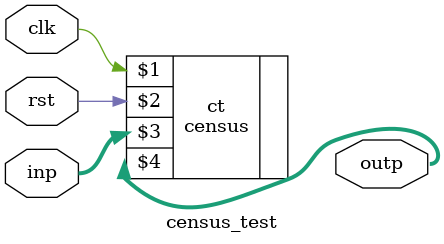
<source format=v>
/*  Concrete parameterizations of a census transform for testing.
 * 
 *  Copyright (c) 2016, Stephen Longfield, stephenlongfield.com
 * 
 *  This program is free software: you can redistribute it and/or modify
 *  it under the terms of the GNU General Public License as published by
 *  the Free Software Foundation, either version 3 of the License, or
 *  (at your option) any later version.
 *
 *  This program is distributed in the hope that it will be useful,
 *  but WITHOUT ANY WARRANTY; without even the implied warranty of
 *  MERCHANTABILITY or FITNESS FOR A PARTICULAR PURPOSE.  See the
 *  GNU General Public License for more details.
 *
 *  You should have received a copy of the GNU General Public License
 *  along with this program.  If not, see <http://www.gnu.org/licenses/>.
 *
 */

`include "census.v"

module census_test(
  input clk,
  input rst,
  input wire  [(32*5*5-1):0] inp,
  output wire [(5*5-1):0] outp
  );

  census#(.WIDTH(32), .WINDOW_WIDTH(5), .WINDOW_HEIGHT(5)) ct(clk, rst, inp, outp);

endmodule

</source>
